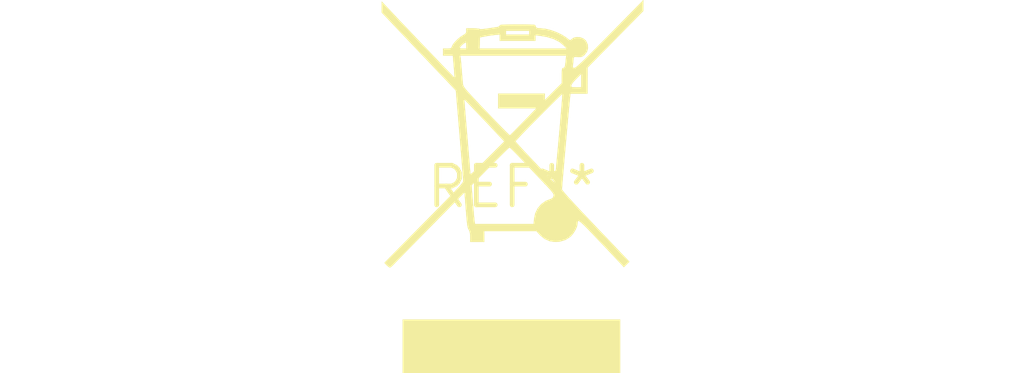
<source format=kicad_pcb>
(kicad_pcb (version 20240108) (generator pcbnew)
  (layers (0 "F.Cu" signal) (31 "B.Cu" signal) (34 "B.Paste" user) (35 "F.Paste" user) (36 "B.SilkS" user "B.Silkscreen") (37 "F.SilkS" user "F.Silkscreen") (38 "B.Mask" user) (39 "F.Mask" user) (44 "Edge.Cuts" user))
  (net 0 "")
  (footprint "WEEE-Logo_8.4x12mm_SilkScreen" (layer "F.Cu") (at 0 0)
    (property "Reference" "REF**")
    (property "Value" "WEEE-Logo_8.4x12mm_SilkScreen")
    (fp_poly (pts (xy 3.461372 5.976471) (xy -3.511177 5.976471) (xy -3.511177 4.258235) (xy 3.461372 4.258235) (xy 3.461372 5.976471)) (layer "F.SilkS") (stroke (width 0.01)) (fill solid))
    (fp_poly (pts (xy 4.207205 -5.812752) (xy 4.205978 -5.640294) (xy 3.311386 -4.731372) (xy 2.416794 -3.822451) (xy 2.41549 -2.988235) (xy 1.870699 -2.988235) (xy 1.856661 -2.882402) (xy 1.851345 -2.834163) (xy 1.842386 -2.743321) (xy 1.830261 -2.615296) (xy 1.81545 -2.455506) (xy 1.798432 -2.26937) (xy 1.779687 -2.062307) (xy 1.759694 -1.839735) (xy 1.738932 -1.607074) (xy 1.71788 -1.369743) (xy 1.697017 -1.13316) (xy 1.676823 -0.902744) (xy 1.657778 -0.683914) (xy 1.640359 -0.482089) (xy 1.625047 -0.302688) (xy 1.612321 -0.15113) (xy 1.602659 -0.032832) (xy 1.596542 0.046784) (xy 1.594449 0.082302) (xy 1.59445 0.082471) (xy 1.609716 0.11097) (xy 1.65557 0.169815) (xy 1.732635 0.259691) (xy 1.841535 0.381283) (xy 1.982895 0.535276) (xy 2.157338 0.722355) (xy 2.365488 0.943204) (xy 2.607968 1.19851) (xy 2.676125 1.27) (xy 3.757075 2.403039) (xy 3.669684 2.490196) (xy 3.582294 2.577353) (xy 3.440902 2.423521) (xy 3.389176 2.367926) (xy 3.308376 2.281953) (xy 3.203833 2.171235) (xy 3.080879 2.041403) (xy 2.944843 1.898089) (xy 2.801059 1.746927) (xy 2.71504 1.656644) (xy 2.553549 1.487509) (xy 2.423017 1.352033) (xy 2.320116 1.247752) (xy 2.241517 1.172203) (xy 2.183892 1.122922) (xy 2.143911 1.097446) (xy 2.118248 1.093311) (xy 2.103573 1.108054) (xy 2.096558 1.139212) (xy 2.093875 1.18432) (xy 2.093515 1.19663) (xy 2.074863 1.281433) (xy 2.028906 1.383934) (xy 1.964819 1.487924) (xy 1.891774 1.577191) (xy 1.862546 1.604766) (xy 1.712578 1.70125) (xy 1.537395 1.755234) (xy 1.382512 1.768039) (xy 1.206986 1.743886) (xy 1.044879 1.673061) (xy 0.901404 1.558017) (xy 0.874932 1.529381) (xy 0.778133 1.419412) (xy -0.896471 1.419412) (xy -0.896471 1.768039) (xy -1.344706 1.768039) (xy -1.344706 1.605168) (xy -1.350331 1.49398) (xy -1.369229 1.416805) (xy -1.392197 1.374825) (xy -1.408607 1.344789) (xy -1.422659 1.301239) (xy -1.435284 1.23772) (xy -1.447413 1.147774) (xy -1.459976 1.024947) (xy -1.473906 0.862782) (xy -1.483444 0.742144) (xy -1.5272 0.176934) (xy -2.601374 1.265085) (xy -2.795595 1.461981) (xy -2.982043 1.651281) (xy -3.15731 1.829506) (xy -3.317989 1.99318) (xy -3.460674 2.138824) (xy -3.581958 2.262962) (xy -3.678434 2.362115) (xy -3.746696 2.432807) (xy -3.783298 2.47152) (xy -3.843432 2.532811) (xy -3.893592 2.575559) (xy -3.920571 2.589804) (xy -3.955032 2.573118) (xy -4.005264 2.531425) (xy -4.022291 2.514447) (xy -4.094488 2.439089) (xy -3.696999 2.035164) (xy -3.595592 1.932266) (xy -3.464833 1.79982) (xy -3.310459 1.643625) (xy -3.138204 1.469478) (xy -2.953806 1.283176) (xy -2.763001 1.090518) (xy -2.571523 0.897301) (xy -2.434167 0.758777) (xy -2.225372 0.547678) (xy -2.049962 0.36896) (xy -1.905692 0.220204) (xy -1.79032 0.098991) (xy -1.701601 0.002903) (xy -1.65763 -0.047273) (xy -1.304531 -0.047273) (xy -1.260323 0.517981) (xy -1.246991 0.683668) (xy -1.234095 0.835185) (xy -1.222364 0.964611) (xy -1.21253 1.064027) (xy -1.205324 1.125515) (xy -1.203005 1.139265) (xy -1.189895 1.195294) (xy 0.690436 1.195294) (xy 0.702988 1.038925) (xy 0.740884 0.854173) (xy 0.820188 0.690742) (xy 0.935899 0.554585) (xy 1.083019 0.451654) (xy 1.248146 0.389866) (xy 1.301716 0.360883) (xy 1.328535 0.29868) (xy 1.329097 0.295937) (xy 1.332315 0.269677) (xy 1.328337 0.242787) (xy 1.313281 0.210279) (xy 1.283264 0.167166) (xy 1.234403 0.108461) (xy 1.162816 0.029174) (xy 1.06462 -0.075681) (xy 0.935932 -0.211093) (xy 0.927617 -0.219814) (xy 0.7892 -0.365163) (xy 0.642043 -0.519979) (xy 0.496259 -0.673603) (xy 0.361958 -0.815377) (xy 0.249253 -0.934645) (xy 0.224118 -0.961308) (xy 0.127762 -1.061847) (xy 0.042166 -1.147885) (xy -0.026527 -1.213504) (xy -0.072172 -1.252786) (xy -0.087497 -1.26142) (xy -0.110352 -1.24335) (xy -0.163799 -1.193781) (xy -0.24363 -1.116838) (xy -0.345636 -1.016649) (xy -0.465608 -0.89734) (xy -0.599337 -0.763038) (xy -0.708636 -0.652411) (xy -1.304531 -0.047273) (xy -1.65763 -0.047273) (xy -1.637292 -0.070481) (xy -1.595148 -0.12358) (xy -1.572927 -0.158811) (xy -1.567983 -0.175127) (xy -1.569856 -0.210734) (xy -1.575546 -0.291331) (xy -1.584685 -0.41228) (xy -1.596904 -0.568942) (xy -1.611836 -0.75668) (xy -1.629113 -0.970854) (xy -1.648365 -1.206828) (xy -1.669225 -1.459964) (xy -1.686037 -1.662271) (xy -1.781157 -2.802901) (xy -1.536398 -2.802901) (xy -1.535344 -2.778286) (xy -1.530386 -2.708959) (xy -1.521922 -2.599829) (xy -1.510352 -2.4558) (xy -1.496072 -2.281781) (xy -1.479483 -2.082678) (xy -1.460981 -1.863396) (xy -1.443225 -1.655203) (xy -1.423113 -1.418984) (xy -1.404379 -1.196) (xy -1.387454 -0.991572) (xy -1.372765 -0.811025) (xy -1.360743 -0.65968) (xy -1.351817 -0.542861) (xy -1.346415 -0.465889) (xy -1.344916 -0.435996) (xy -1.342577 -0.417392) (xy -1.333311 -0.410009) (xy -1.313546 -0.41693) (xy -1.27971 -0.441233) (xy -1.228231 -0.486001) (xy -1.155538 -0.554312) (xy -1.058058 -0.649249) (xy -0.932221 -0.77389) (xy -0.798703 -0.907083) (xy -0.252699 -1.452663) (xy -0.256526 -1.456765) (xy 0.104387 -1.456765) (xy 0.120836 -1.434239) (xy 0.166883 -1.381199) (xy 0.237914 -1.302519) (xy 0.329314 -1.203074) (xy 0.436468 -1.087739) (xy 0.55476 -0.961388) (xy 0.679576 -0.828896) (xy 0.8063 -0.695137) (xy 0.930318 -0.564987) (xy 1.047013 -0.44332) (xy 1.151772 -0.33501) (xy 1.239979 -0.244932) (xy 1.307019 -0.177962) (xy 1.348276 -0.138973) (xy 1.359527 -0.13103) (xy 1.363236 -0.156668) (xy 1.370935 -0.227481) (xy 1.382202 -0.339036) (xy 1.396611 -0.4869) (xy 1.413741 -0.666641) (xy 1.433167 -0.873825) (xy 1.454467 -1.104019) (xy 1.477217 -1.35279) (xy 1.495381 -1.553385) (xy 1.518616 -1.813488) (xy 1.540083 -2.058516) (xy 1.559421 -2.284024) (xy 1.576268 -2.485568) (xy 1.590265 -2.658703) (xy 1.60105 -2.798982) (xy 1.608261 -2.901963) (xy 1.611539 -2.963199) (xy 1.611164 -2.979098) (xy 1.591574 -2.964936) (xy 1.541689 -2.919413) (xy 1.465868 -2.846936) (xy 1.368472 -2.75191) (xy 1.253864 -2.638742) (xy 1.126403 -2.511838) (xy 0.990452 -2.375604) (xy 0.850371 -2.234446) (xy 0.710522 -2.09277) (xy 0.575265 -1.954984) (xy 0.448962 -1.825492) (xy 0.335974 -1.7087) (xy 0.240662 -1.609016) (xy 0.167388 -1.530846) (xy 0.120511 -1.478594) (xy 0.104387 -1.456765) (xy -0.256526 -1.456765) (xy -0.456301 -1.670868) (xy -0.559992 -1.781607) (xy -0.676372 -1.905241) (xy -0.80084 -2.036946) (xy -0.928794 -2.1719) (xy -1.055633 -2.30528) (xy -1.176755 -2.432263) (xy -1.287558 -2.548028) (xy -1.383442 -2.64775) (xy -1.459806 -2.726608) (xy -1.512046 -2.779778) (xy -1.535563 -2.802438) (xy -1.536398 -2.802901) (xy -1.781157 -2.802901) (xy -1.804931 -3.087974) (xy -4.183529 -5.58948) (xy -4.181779 -5.939118) (xy -3.989664 -5.733897) (xy -3.882145 -5.619436) (xy -3.755204 -5.484959) (xy -3.612266 -5.334044) (xy -3.456757 -5.170271) (xy -3.292103 -4.997218) (xy -3.121729 -4.818463) (xy -2.949061 -4.637585) (xy -2.777525 -4.458162) (xy -2.610546 -4.283774) (xy -2.45155 -4.117998) (xy -2.303963 -3.964414) (xy -2.171211 -3.8266) (xy -2.056718 -3.708134) (xy -1.963912 -3.612596) (xy -1.896217 -3.543563) (xy -1.85706 -3.504615) (xy -1.848478 -3.497143) (xy -1.847888 -3.523134) (xy -1.851134 -3.589681) (xy -1.857653 -3.687728) (xy -1.86688 -3.808221) (xy -1.870841 -3.856355) (xy -1.900339 -4.208431) (xy -1.66938 -4.208431) (xy -1.657456 -4.152402) (xy -1.651375 -4.108091) (xy -1.64283 -4.024717) (xy -1.632809 -3.912903) (xy -1.622299 -3.783272) (xy -1.618662 -3.735294) (xy -1.607934 -3.59754) (xy -1.597106 -3.469613) (xy -1.587261 -3.363601) (xy -1.579482 -3.291591) (xy -1.577728 -3.278523) (xy -1.571111 -3.251693) (xy -1.556788 -3.220288) (xy -1.531713 -3.180786) (xy -1.492841 -3.129668) (xy -1.437126 -3.063411) (xy -1.361523 -2.978497) (xy -1.262987 -2.871405) (xy -1.138471 -2.738614) (xy -0.98493 -2.576603) (xy -0.8283 -2.412217) (xy -0.67247 -2.249539) (xy -0.527006 -2.098882) (xy -0.395531 -1.963907) (xy -0.281665 -1.848278) (xy -0.18903 -1.755657) (xy -0.121246 -1.689706) (xy -0.081935 -1.65409) (xy -0.073552 -1.648792) (xy -0.051496 -1.668004) (xy 5.8e-05 -1.718107) (xy 0.076106 -1.794074) (xy 0.171645 -1.890879) (xy 0.281672 -2.003496) (xy 0.36124 -2.085539) (xy 0.77665 -2.515098) (xy -0.448235 -2.515098) (xy -0.448235 -2.988235) (xy 1.045882 -2.988235) (xy 1.045882 -2.777418) (xy 1.319804 -3.05049) (xy 1.514116 -3.2442) (xy 1.892549 -3.2442) (xy 1.896169 -3.213642) (xy 1.914491 -3.196617) (xy 1.958707 -3.189199) (xy 2.040012 -3.187464) (xy 2.054412 -3.187451) (xy 2.216274 -3.187451) (xy 2.216274 -3.621796) (xy 2.054412 -3.461372) (xy 1.963105 -3.363839) (xy 1.908493 -3.289117) (xy 1.892549 -3.2442) (xy 1.514116 -3.2442) (xy 1.593725 -3.323562) (xy 1.593725 -3.566781) (xy 1.594488 -3.678677) (xy 1.597979 -3.749863) (xy 1.606 -3.789421) (xy 1.620356 -3.806438) (xy 1.642004 -3.81) (xy 1.66608 -3.815229) (xy 1.683875 -3.836195) (xy 1.697541 -3.880814) (xy 1.709228 -3.957003) (xy 1.721089 -4.07268) (xy 1.724896 -4.115049) (xy 1.733137 -4.208431) (xy -1.66938 -4.208431) (xy -1.900339 -4.208431) (xy -2.216275 -4.208431) (xy -2.216275 -4.432549) (xy -2.082013 -4.432549) (xy -2.003486 -4.4347) (xy -1.960817 -4.445081) (xy -1.955597 -4.45126) (xy -1.680593 -4.45126) (xy -1.66612 -4.437145) (xy -1.615986 -4.432788) (xy -1.582151 -4.432549) (xy -1.469216 -4.432549) (xy -1.048064 -4.432549) (xy 1.753245 -4.432549) (xy 1.658496 -4.529581) (xy 1.511336 -4.649319) (xy 1.329207 -4.74167) (xy 1.109023 -4.8079) (xy 0.890245 -4.84453) (xy 0.747059 -4.861621) (xy 0.747059 -4.681569) (xy -0.398431 -4.681569) (xy -0.398431 -4.885839) (xy -0.56652 -4.868803) (xy -0.683963 -4.854426) (xy -0.809091 -4.835367) (xy -0.88402 -4.821755) (xy -1.033431 -4.791743) (xy -1.040748 -4.612146) (xy -1.048064 -4.432549) (xy -1.469216 -4.432549) (xy -1.469216 -4.532157) (xy -1.472508 -4.594557) (xy -1.480733 -4.62924) (xy -1.484048 -4.631765) (xy -1.520914 -4.615792) (xy -1.574774 -4.577043) (xy -1.628769 -4.529268) (xy -1.666038 -4.486219) (xy -1.669358 -4.480621) (xy -1.680593 -4.45126) (xy -1.955597 -4.45126) (xy -1.940115 -4.469584) (xy -1.931758 -4.496276) (xy -1.897648 -4.565544) (xy -1.832136 -4.648815) (xy -1.746493 -4.734413) (xy -1.651991 -4.810661) (xy -1.589917 -4.850375) (xy -1.519205 -4.893845) (xy -1.482956 -4.930362) (xy -1.47022 -4.973422) (xy -1.469241 -4.999069) (xy -1.46924 -5.005294) (xy -0.199216 -5.005294) (xy -0.199216 -4.880784) (xy 0.547843 -4.880784) (xy 0.547843 -5.005294) (xy -0.199216 -5.005294) (xy -1.46924 -5.005294) (xy -1.469216 -5.08) (xy -1.259624 -5.08) (xy -1.163193 -5.077669) (xy -1.088037 -5.071457) (xy -1.046257 -5.062535) (xy -1.041732 -5.058922) (xy -1.01523 -5.053376) (xy -0.950733 -5.055648) (xy -0.859323 -5.065065) (xy -0.796863 -5.07376) (xy -0.683608 -5.090841) (xy -0.58003 -5.106261) (xy -0.502192 -5.117637) (xy -0.479363 -5.120868) (xy -0.419718 -5.13934) (xy -0.398431 -5.168285) (xy -0.391959 -5.180074) (xy -0.368808 -5.189067) (xy -0.323374 -5.195619) (xy -0.250055 -5.200085) (xy -0.143246 -5.202819) (xy 0.002654 -5.204174) (xy 0.174314 -5.20451) (xy 0.357519 -5.204319) (xy 0.496892 -5.203421) (xy 0.598404 -5.201323) (xy 0.668026 -5.197533) (xy 0.711731 -5.191561) (xy 0.735488 -5.182915) (xy 0.745269 -5.171103) (xy 0.747059 -5.15737) (xy 0.762295 -5.113779) (xy 0.812201 -5.088973) (xy 0.903076 -5.080126) (xy 0.919426 -5.08) (xy 1.07332 -5.064124) (xy 1.248109 -5.020421) (xy 1.428032 -4.954776) (xy 1.597324 -4.873073) (xy 1.740223 -4.781199) (xy 1.758731 -4.766642) (xy 1.819056 -4.71928) (xy 1.85478 -4.70031) (xy 1.879728 -4.706443) (xy 1.905336 -4.731744) (xy 1.980972 -4.781305) (xy 2.079409 -4.800331) (xy 2.185412 -4.790436) (xy 2.283746 -4.753237) (xy 2.359176 -4.690349) (xy 2.364639 -4.683039) (xy 2.421081 -4.565646) (xy 2.431582 -4.444131) (xy 2.397301 -4.328293) (xy 2.319396 -4.227932) (xy 2.30987 -4.219645) (xy 2.254558 -4.180278) (xy 2.198438 -4.162942) (xy 2.119541 -4.16169) (xy 2.099832 -4.1628) (xy 2.022638 -4.165633) (xy 1.982876 -4.159143) (xy 1.968481 -4.139559) (xy 1.967004 -4.121274) (xy 1.963987 -4.068232) (xy 1.9565 -3.988461) (xy 1.951119 -3.940735) (xy 1.943314 -3.864931) (xy 1.94656 -3.826126) (xy 1.965383 -3.811942) (xy 1.998911 -3.81) (xy 2.018796 -3.816413) (xy 2.050874 -3.837169) (xy 2.097522 -3.874544) (xy 2.161118 -3.930811) (xy 2.244038 -4.008245) (xy 2.34866 -4.109122) (xy 2.477361 -4.235717) (xy 2.632518 -4.390304) (xy 2.816508 -4.575158) (xy 3.031709 -4.792554) (xy 3.135419 -4.897605) (xy 4.208431 -5.985209) (xy 4.207205 -5.812752)) (layer "F.SilkS") (stroke (width 0.01)) (fill solid))
  )
)
</source>
